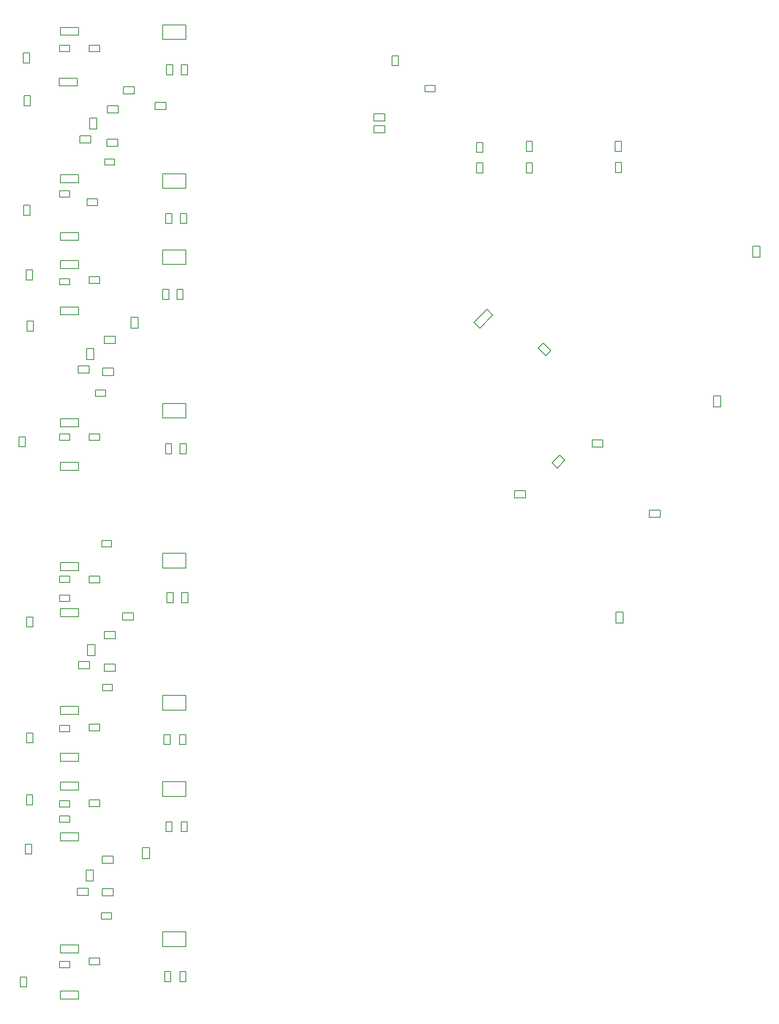
<source format=gbr>
%TF.GenerationSoftware,Altium Limited,Altium Designer,21.6.4 (81)*%
G04 Layer_Color=32896*
%FSLAX43Y43*%
%MOMM*%
%TF.SameCoordinates,B094594F-E5AE-4C03-B854-EF891E02AD71*%
%TF.FilePolarity,Positive*%
%TF.FileFunction,Other,Bottom_3D_Body*%
%TF.Part,Single*%
G01*
G75*
%TA.AperFunction,NonConductor*%
%ADD156C,0.200*%
D156*
X94150Y31924D02*
Y33924D01*
X92900D02*
X94150D01*
X92900Y31924D02*
Y33924D01*
Y31924D02*
X94150D01*
X93125Y54198D02*
Y56198D01*
Y54198D02*
X94375D01*
Y56198D01*
X93125D02*
X94375D01*
X92518Y161833D02*
X93768D01*
Y159833D02*
Y161833D01*
X92518Y159833D02*
X93768D01*
X92518D02*
Y161833D01*
X108322Y65925D02*
X110322D01*
X108322Y64675D02*
Y65925D01*
Y64675D02*
X110322D01*
Y65925D01*
X110768Y169850D02*
Y171100D01*
X108768Y169850D02*
X110768D01*
X108768D02*
Y171100D01*
X110768D01*
X93125Y77400D02*
X94375D01*
X93125D02*
Y79400D01*
X94375D01*
Y77400D02*
Y79400D01*
X92600Y181750D02*
X93850D01*
X92600D02*
Y183750D01*
X93850D01*
Y181750D02*
Y183750D01*
X92464Y190328D02*
X93714D01*
X92464D02*
Y192328D01*
X93714D01*
Y190328D02*
Y192328D01*
X110175Y93425D02*
Y94675D01*
X108175Y93425D02*
X110175D01*
X108175D02*
Y94675D01*
X110175D01*
X91600Y115475D02*
X92850D01*
Y113475D02*
Y115475D01*
X91600Y113475D02*
X92850D01*
X91600D02*
Y115475D01*
X108950Y123574D02*
Y124824D01*
X106950Y123574D02*
X108950D01*
X106950D02*
Y124824D01*
X108950D01*
X93193Y136625D02*
X94443D01*
X93193D02*
Y138625D01*
X94443D01*
Y136625D02*
Y138625D01*
X93065Y146850D02*
X94315D01*
X93065D02*
Y148850D01*
X94315D01*
Y146850D02*
Y148850D01*
X91884Y7356D02*
X93134D01*
Y5356D02*
Y7356D01*
X91884Y5356D02*
X93134D01*
X91884D02*
Y7356D01*
X110099Y18900D02*
Y20150D01*
X108099Y18900D02*
X110099D01*
X108099D02*
Y20150D01*
X110099D01*
X93075Y41775D02*
X94325D01*
X93075D02*
Y43775D01*
X94325D01*
Y41775D02*
Y43775D01*
X113993Y139375D02*
X115443D01*
Y137175D02*
Y139375D01*
X113993Y137175D02*
X115443D01*
X113993D02*
Y139375D01*
X112493Y184125D02*
Y185575D01*
X114693D01*
Y184125D02*
Y185575D01*
X112493Y184125D02*
X114693D01*
X116275Y33200D02*
X117725D01*
Y31000D02*
Y33200D01*
X116275Y31000D02*
X117725D01*
X116275D02*
Y33200D01*
X112366Y78775D02*
Y80225D01*
X114566D01*
Y78775D02*
Y80225D01*
X112366Y78775D02*
X114566D01*
X217950Y99375D02*
Y100825D01*
X220150D01*
Y99375D02*
Y100825D01*
X217950Y99375D02*
X220150D01*
X118865Y180993D02*
Y182443D01*
X121065D01*
Y180993D02*
Y182443D01*
X118865Y180993D02*
X121065D01*
X230780Y121425D02*
Y123625D01*
Y121425D02*
X232230D01*
Y123625D01*
X230780D02*
X232230D01*
X111368Y173635D02*
Y175085D01*
X109168Y173635D02*
X111368D01*
X109168D02*
Y175085D01*
X111368D01*
X110527Y127754D02*
Y129204D01*
X108327Y127754D02*
X110527D01*
X108327D02*
Y129204D01*
X110527D01*
X110505Y23550D02*
Y25000D01*
X108305Y23550D02*
X110505D01*
X108305D02*
Y25000D01*
X110505D01*
X110922Y68550D02*
Y70000D01*
X108722Y68550D02*
X110922D01*
X108722D02*
Y70000D01*
X110922D01*
X123768Y53849D02*
X125018D01*
X123768D02*
Y55849D01*
X125018D01*
Y53849D02*
Y55849D01*
X120399Y142959D02*
X121649D01*
X120399D02*
Y144959D01*
X121649D01*
Y142959D02*
Y144959D01*
X103568Y79475D02*
Y81075D01*
X99868Y79475D02*
X103568D01*
X99868D02*
Y81075D01*
X103568D01*
X109318Y181718D02*
X111518D01*
X109318Y180268D02*
Y181718D01*
Y180268D02*
X111518D01*
Y181718D01*
X105693Y177048D02*
Y179248D01*
Y177048D02*
X107143D01*
Y179248D01*
X105693D02*
X107143D01*
X108722Y76497D02*
X110922D01*
X108722Y75047D02*
Y76497D01*
Y75047D02*
X110922D01*
Y76497D01*
X105347Y73900D02*
X106797D01*
Y71700D02*
Y73900D01*
X105347Y71700D02*
X106797D01*
X105347D02*
Y73900D01*
X108678Y135594D02*
X110878D01*
X108678Y134144D02*
Y135594D01*
Y134144D02*
X110878D01*
Y135594D01*
X105127Y130925D02*
Y133125D01*
Y130925D02*
X106577D01*
Y133125D01*
X105127D02*
X106577D01*
X108305Y31556D02*
X110505D01*
X108305Y30106D02*
Y31556D01*
Y30106D02*
X110505D01*
Y31556D01*
X105067Y26550D02*
Y28750D01*
Y26550D02*
X106517D01*
Y28750D01*
X105067D02*
X106517D01*
X190891Y103275D02*
Y104725D01*
X193091D01*
Y103275D02*
Y104725D01*
X190891Y103275D02*
X193091D01*
X208643Y113426D02*
Y114876D01*
X206443Y113426D02*
X208643D01*
X206443D02*
Y114876D01*
X208643D01*
X211250Y78186D02*
X212700D01*
X211250D02*
Y80386D01*
X212700D01*
Y78186D02*
Y80386D01*
X238625Y151387D02*
Y153587D01*
Y151387D02*
X240075D01*
Y153587D01*
X238625D02*
X240075D01*
X162700Y178709D02*
X164900D01*
Y180159D01*
X162700D02*
X164900D01*
X162700Y178709D02*
Y180159D01*
Y176296D02*
X164900D01*
Y177746D01*
X162700D02*
X164900D01*
X162700Y176296D02*
Y177746D01*
X103518Y69050D02*
Y70500D01*
X105718D01*
Y69050D02*
Y70500D01*
X103518Y69050D02*
X105718D01*
X103750Y174260D02*
X105950D01*
Y175710D01*
X103750D02*
X105950D01*
X103750Y174260D02*
Y175710D01*
X103421Y128254D02*
Y129704D01*
X105621D01*
Y128254D02*
Y129704D01*
X103421Y128254D02*
X105621D01*
X103310Y23650D02*
X105510D01*
Y25100D01*
X103310D02*
X105510D01*
X103310Y23650D02*
Y25100D01*
X185410Y140974D02*
X186542Y139842D01*
X183926Y137226D02*
X186542Y139842D01*
X182794Y138358D02*
X183926Y137226D01*
X182794Y138358D02*
X185410Y140974D01*
X193239Y170300D02*
X194489D01*
Y168300D02*
Y170300D01*
X193239Y168300D02*
X194489D01*
X193239D02*
Y170300D01*
X183320Y168284D02*
Y170284D01*
Y168284D02*
X184570D01*
Y170284D01*
X183320D02*
X184570D01*
X211116Y168350D02*
Y170350D01*
Y168350D02*
X212366D01*
Y170350D01*
X211116D02*
X212366D01*
X166350Y189737D02*
Y191737D01*
Y189737D02*
X167600D01*
Y191737D01*
X166350D02*
X167600D01*
X174960Y184524D02*
Y185774D01*
X172960Y184524D02*
X174960D01*
X172960D02*
Y185774D01*
X174960D01*
X122221Y158159D02*
Y160159D01*
X120971D02*
X122221D01*
X120971Y158159D02*
Y160159D01*
Y158159D02*
X122221D01*
X125221Y158159D02*
Y160159D01*
X123971D02*
X125221D01*
X123971Y158159D02*
Y160159D01*
Y158159D02*
X125221D01*
X121918Y53849D02*
Y55849D01*
X120668D02*
X121918D01*
X120668Y53849D02*
Y55849D01*
Y53849D02*
X121918D01*
X107343Y161761D02*
Y163111D01*
X105243Y161761D02*
X107343D01*
X105243D02*
Y163111D01*
X107343D01*
X105668Y57965D02*
X107768D01*
X105668Y56615D02*
Y57965D01*
Y56615D02*
X107768D01*
Y57965D01*
X101718Y163457D02*
Y164707D01*
X99718Y163457D02*
X101718D01*
X99718D02*
Y164707D01*
X101718D01*
Y56411D02*
Y57661D01*
X99718Y56411D02*
X101718D01*
X99718D02*
Y57661D01*
X101718D01*
X99718Y82494D02*
Y83744D01*
X101718D01*
Y82494D02*
Y83744D01*
X99718Y82494D02*
X101718D01*
X121143Y187950D02*
X122393D01*
X121143D02*
Y189950D01*
X122393D01*
Y187950D02*
Y189950D01*
X125393Y187950D02*
Y189950D01*
X124143D02*
X125393D01*
X124143Y187950D02*
Y189950D01*
Y187950D02*
X125393D01*
X121225Y82250D02*
X122475D01*
X121225D02*
Y84250D01*
X122475D01*
Y82250D02*
Y84250D01*
X125475Y82250D02*
Y84250D01*
X124225D02*
X125475D01*
X124225Y82250D02*
Y84250D01*
Y82250D02*
X125475D01*
X105668Y193881D02*
X107768D01*
X105668Y192531D02*
Y193881D01*
Y192531D02*
X107768D01*
Y193881D01*
Y86247D02*
Y87597D01*
X105668Y86247D02*
X107768D01*
X105668D02*
Y87597D01*
X107768D01*
X101718Y192581D02*
Y193831D01*
X99718Y192581D02*
X101718D01*
X99718D02*
Y193831D01*
X101718D01*
X101718Y86297D02*
Y87547D01*
X99718Y86297D02*
X101718D01*
X99718D02*
Y87547D01*
X101718D01*
X122011Y6404D02*
Y8404D01*
X120761D02*
X122011D01*
X120761Y6404D02*
Y8404D01*
Y6404D02*
X122011D01*
X125118Y112078D02*
Y114078D01*
X123868D02*
X125118D01*
X123868Y112078D02*
Y114078D01*
Y112078D02*
X125118D01*
X105668Y11110D02*
X107768D01*
X105668Y9760D02*
Y11110D01*
Y9760D02*
X107768D01*
Y11110D01*
X99718Y10425D02*
X101718D01*
X99718Y9175D02*
Y10425D01*
Y9175D02*
X101718D01*
Y10425D01*
X99718Y38295D02*
Y39545D01*
X101718D01*
Y38295D02*
Y39545D01*
X99718Y38295D02*
X101718D01*
X120943Y112078D02*
X122193D01*
X120943D02*
Y114078D01*
X122193D01*
Y112078D02*
Y114078D01*
X125073Y6404D02*
Y8404D01*
X123823D02*
X125073D01*
X123823Y6404D02*
Y8404D01*
Y6404D02*
X125073D01*
X107768Y114725D02*
Y116075D01*
X105668Y114725D02*
X107768D01*
X105668D02*
Y116075D01*
X107768D01*
X101718Y114775D02*
Y116025D01*
X99718Y114775D02*
X101718D01*
X99718D02*
Y116025D01*
X101718D01*
X121024Y36423D02*
X122274D01*
X121024D02*
Y38423D01*
X122274D01*
Y36423D02*
Y38423D01*
X124482Y142959D02*
Y144959D01*
X123232D02*
X124482D01*
X123232Y142959D02*
Y144959D01*
Y142959D02*
X124482D01*
X107768Y41407D02*
Y42757D01*
X105668Y41407D02*
X107768D01*
X105668D02*
Y42757D01*
X107768D01*
X125318Y36423D02*
Y38423D01*
X124068D02*
X125318D01*
X124068Y36423D02*
Y38423D01*
Y36423D02*
X125318D01*
X101718Y41343D02*
Y42593D01*
X99718Y41343D02*
X101718D01*
X99718D02*
Y42593D01*
X101718D01*
X107768Y146216D02*
Y147566D01*
X105668Y146216D02*
X107768D01*
X105668D02*
Y147566D01*
X107768D01*
X101718Y145885D02*
Y147135D01*
X99718Y145885D02*
X101718D01*
X99718D02*
Y147135D01*
X101718D01*
X103568Y154769D02*
Y156369D01*
X99868Y154769D02*
X103568D01*
X99868D02*
Y156369D01*
X103568D01*
X99868Y52121D02*
X103568D01*
X99868Y50521D02*
Y52121D01*
Y50521D02*
X103568D01*
Y52121D01*
Y166330D02*
Y167930D01*
X99868Y166330D02*
X103568D01*
X99868D02*
Y167930D01*
X103568D01*
X99868Y61519D02*
X103568D01*
X99868Y59919D02*
Y61519D01*
Y59919D02*
X103568D01*
Y61519D01*
X120418Y165192D02*
Y168112D01*
X125018D01*
Y165192D02*
Y168112D01*
X120418Y165192D02*
X125018D01*
X120418Y60755D02*
X125018D01*
Y63675D01*
X120418D02*
X125018D01*
X120418Y60755D02*
Y63675D01*
X99618Y187275D02*
X103318D01*
X99618Y185675D02*
Y187275D01*
Y185675D02*
X103318D01*
Y187275D01*
X103568Y2904D02*
Y4504D01*
X99868Y2904D02*
X103568D01*
X99868D02*
Y4504D01*
X103568D01*
Y195835D02*
Y197435D01*
X99868Y195835D02*
X103568D01*
X99868D02*
Y197435D01*
X103568D01*
Y88677D02*
Y90277D01*
X99868Y88677D02*
X103568D01*
X99868D02*
Y90277D01*
X103568D01*
X99868Y13775D02*
X103568D01*
X99868Y12175D02*
Y13775D01*
Y12175D02*
X103568D01*
Y13775D01*
X120418Y194991D02*
Y197911D01*
X125018D01*
Y194991D02*
Y197911D01*
X120418Y194991D02*
X125018D01*
X120418Y89231D02*
Y92151D01*
X125018D01*
Y89231D02*
Y92151D01*
X120418Y89231D02*
X125018D01*
X120418Y13437D02*
Y16357D01*
X125018D01*
Y13437D02*
Y16357D01*
X120418Y13437D02*
X125018D01*
X103568Y108758D02*
Y110358D01*
X99868Y108758D02*
X103568D01*
X99868D02*
Y110358D01*
X103568D01*
X103566Y117502D02*
Y119102D01*
X99866Y117502D02*
X103566D01*
X99866D02*
Y119102D01*
X103566D01*
X99868Y36164D02*
X103568D01*
X99868Y34564D02*
Y36164D01*
Y34564D02*
X103568D01*
Y36164D01*
X120418Y119238D02*
X125018D01*
Y122158D01*
X120418D02*
X125018D01*
X120418Y119238D02*
Y122158D01*
X103568Y139868D02*
Y141468D01*
X99868Y139868D02*
X103568D01*
X99868D02*
Y141468D01*
X103568D01*
Y44724D02*
Y46324D01*
X99868Y44724D02*
X103568D01*
X99868D02*
Y46324D01*
X103568D01*
Y149139D02*
Y150739D01*
X99868Y149139D02*
X103568D01*
X99868D02*
Y150739D01*
X103568D01*
X120418Y149967D02*
Y152887D01*
X125018D01*
Y149967D02*
Y152887D01*
X120418Y149967D02*
X125018D01*
X120418Y43486D02*
Y46406D01*
X125018D01*
Y43486D02*
Y46406D01*
X120418Y43486D02*
X125018D01*
X193248Y174631D02*
X194498D01*
Y172631D02*
Y174631D01*
X193248Y172631D02*
X194498D01*
X193248D02*
Y174631D01*
X183320Y174397D02*
X184570D01*
Y172397D02*
Y174397D01*
X183320Y172397D02*
X184570D01*
X183320D02*
Y174397D01*
X211087Y174600D02*
X212337D01*
Y172600D02*
Y174600D01*
X211087Y172600D02*
X212337D01*
X211087D02*
Y174600D01*
X196640Y134270D02*
X198195Y132714D01*
X195614Y133244D02*
X196640Y134270D01*
X195614Y133244D02*
X197170Y131689D01*
X198195Y132714D01*
X198408Y110235D02*
X199434Y109210D01*
X198408Y110235D02*
X199964Y111791D01*
X200989Y110765D01*
X199434Y109210D02*
X200989Y110765D01*
%TF.MD5,671f29a4b42487115081827274ef817c*%
M02*

</source>
